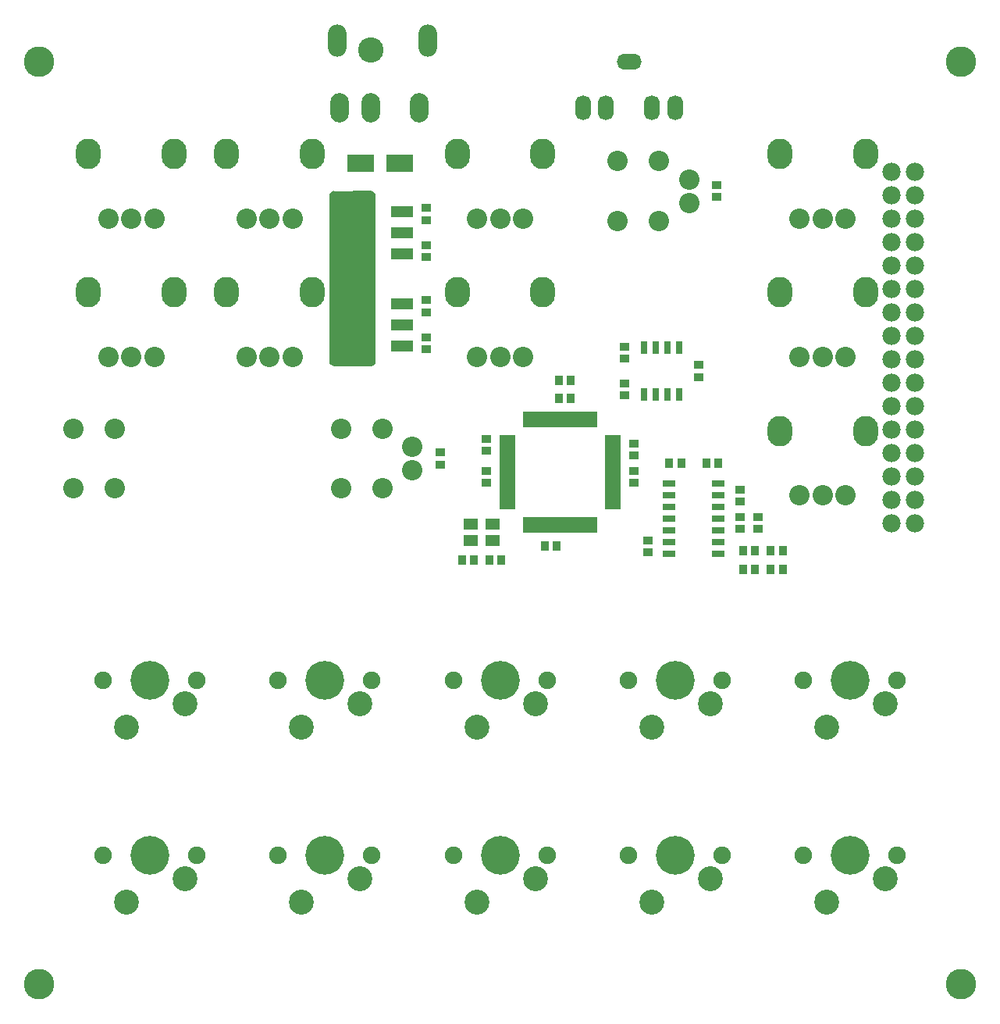
<source format=gts>
G04 Layer_Color=20142*
%FSLAX25Y25*%
%MOIN*%
G70*
G01*
G75*
%ADD38R,0.11233X0.07690*%
%ADD39R,0.04343X0.03556*%
%ADD40R,0.03556X0.04343*%
%ADD41R,0.05446X0.03084*%
%ADD42R,0.06706X0.01981*%
%ADD43R,0.01981X0.06706*%
%ADD44R,0.05918X0.04934*%
%ADD45R,0.09265X0.13595*%
%ADD46R,0.09265X0.04540*%
%ADD47R,0.03084X0.05446*%
%ADD48C,0.08674*%
%ADD49C,0.13005*%
%ADD50O,0.10642X0.13005*%
%ADD51O,0.10642X0.06706*%
%ADD52O,0.06706X0.10642*%
%ADD53O,0.07887X0.12611*%
%ADD54C,0.10822*%
%ADD55O,0.07887X0.13792*%
%ADD56C,0.16548*%
%ADD57C,0.10642*%
%ADD58C,0.07493*%
%ADD59C,0.07800*%
G36*
X555886Y751854D02*
X556537Y751419D01*
X556972Y750768D01*
X557125Y750000D01*
X557125Y750000D01*
X557087Y750000D01*
X557125Y679172D01*
X557125Y679172D01*
X556972Y678404D01*
X556537Y677753D01*
X555886Y677318D01*
X555118Y677165D01*
X555118Y677165D01*
X555118Y677204D01*
X539370Y677165D01*
X539370Y677165D01*
X538602Y677318D01*
X537951Y677753D01*
X537516Y678404D01*
X537363Y679172D01*
X537363Y679172D01*
X537402D01*
X537363Y750000D01*
Y750000D01*
X537516Y750768D01*
X537951Y751419D01*
X538602Y751854D01*
X539370Y752007D01*
X539370D01*
X539370Y751968D01*
X555118Y752007D01*
X555118Y752007D01*
X555886Y751854D01*
D02*
G37*
D38*
X550591Y763779D02*
D03*
X567520D02*
D03*
D39*
X584646Y635236D02*
D03*
Y640354D02*
D03*
X673228Y597835D02*
D03*
Y602953D02*
D03*
X604331Y646260D02*
D03*
Y641142D02*
D03*
X604331Y632480D02*
D03*
Y627362D02*
D03*
X702756Y749409D02*
D03*
Y754528D02*
D03*
X667323Y627362D02*
D03*
Y632480D02*
D03*
Y639173D02*
D03*
Y644291D02*
D03*
X712598Y612795D02*
D03*
Y607677D02*
D03*
Y624606D02*
D03*
Y619488D02*
D03*
X720472Y612795D02*
D03*
Y607677D02*
D03*
X578740Y689567D02*
D03*
Y684449D02*
D03*
X578740Y728937D02*
D03*
Y723819D02*
D03*
X578740Y700197D02*
D03*
Y705315D02*
D03*
X578740Y739567D02*
D03*
Y744685D02*
D03*
X663386Y685630D02*
D03*
Y680512D02*
D03*
Y669882D02*
D03*
Y664764D02*
D03*
X694882Y677756D02*
D03*
Y672638D02*
D03*
D40*
X629331Y600394D02*
D03*
X634449D02*
D03*
X610827Y594488D02*
D03*
X605709D02*
D03*
X593898D02*
D03*
X599016D02*
D03*
X640354Y663386D02*
D03*
X635236D02*
D03*
X640354Y671260D02*
D03*
X635236D02*
D03*
X682480Y635827D02*
D03*
X687598D02*
D03*
X703346D02*
D03*
X698228D02*
D03*
X730905Y598425D02*
D03*
X725787D02*
D03*
X730905Y590551D02*
D03*
X725787D02*
D03*
X719095Y598425D02*
D03*
X713976D02*
D03*
X719095Y590551D02*
D03*
X713976D02*
D03*
D41*
X682441Y627205D02*
D03*
Y622205D02*
D03*
Y617205D02*
D03*
Y612205D02*
D03*
Y607205D02*
D03*
Y602205D02*
D03*
Y597205D02*
D03*
X703386D02*
D03*
Y602205D02*
D03*
Y607205D02*
D03*
Y612205D02*
D03*
Y617205D02*
D03*
Y622205D02*
D03*
Y627205D02*
D03*
D42*
X658268Y646654D02*
D03*
Y644685D02*
D03*
Y642717D02*
D03*
Y640748D02*
D03*
Y638779D02*
D03*
Y636811D02*
D03*
Y634842D02*
D03*
Y632874D02*
D03*
Y630905D02*
D03*
Y628937D02*
D03*
Y626968D02*
D03*
Y625000D02*
D03*
Y623032D02*
D03*
Y621063D02*
D03*
Y619095D02*
D03*
Y617126D02*
D03*
X613386Y646654D02*
D03*
Y644685D02*
D03*
Y642717D02*
D03*
Y640748D02*
D03*
Y638779D02*
D03*
Y636811D02*
D03*
Y634842D02*
D03*
Y632874D02*
D03*
Y630905D02*
D03*
Y628937D02*
D03*
Y626968D02*
D03*
Y625000D02*
D03*
Y623032D02*
D03*
Y621063D02*
D03*
Y619095D02*
D03*
Y617126D02*
D03*
D43*
X650591Y609449D02*
D03*
X648622D02*
D03*
X646654D02*
D03*
X644685D02*
D03*
X642717D02*
D03*
X640748D02*
D03*
X638779D02*
D03*
X636811D02*
D03*
X634842D02*
D03*
X632874D02*
D03*
X630905D02*
D03*
X628937D02*
D03*
X626968D02*
D03*
X625000D02*
D03*
X623032D02*
D03*
X621063D02*
D03*
Y654331D02*
D03*
X623032D02*
D03*
X625000D02*
D03*
X626968D02*
D03*
X628937D02*
D03*
X630905D02*
D03*
X632874D02*
D03*
X634842D02*
D03*
X636811D02*
D03*
X638779D02*
D03*
X640748D02*
D03*
X642717D02*
D03*
X644685D02*
D03*
X646654D02*
D03*
X648622D02*
D03*
X650591D02*
D03*
D44*
X597835Y609941D02*
D03*
X606890D02*
D03*
Y602658D02*
D03*
X597835D02*
D03*
D45*
X545669Y734252D02*
D03*
Y694882D02*
D03*
D46*
X568504Y734252D02*
D03*
Y725197D02*
D03*
Y743307D02*
D03*
Y694882D02*
D03*
Y685827D02*
D03*
Y703937D02*
D03*
D47*
X686634Y685197D02*
D03*
X681634D02*
D03*
X676634D02*
D03*
X671634D02*
D03*
X676634Y665197D02*
D03*
X681634D02*
D03*
X686634D02*
D03*
X671634D02*
D03*
D48*
X690945Y756968D02*
D03*
Y746969D02*
D03*
X572835Y632795D02*
D03*
Y642795D02*
D03*
X445866Y650591D02*
D03*
Y625000D02*
D03*
X428150D02*
D03*
Y650591D02*
D03*
X560039Y650591D02*
D03*
Y625000D02*
D03*
X542323D02*
D03*
Y650591D02*
D03*
X660433Y739173D02*
D03*
Y764764D02*
D03*
X678150D02*
D03*
Y739173D02*
D03*
X521654Y681102D02*
D03*
X501968D02*
D03*
X511811D02*
D03*
X610236D02*
D03*
X600394D02*
D03*
X620079D02*
D03*
Y740158D02*
D03*
X600394D02*
D03*
X610236D02*
D03*
X511811D02*
D03*
X501968D02*
D03*
X521654D02*
D03*
X462598Y681102D02*
D03*
X442913D02*
D03*
X452756D02*
D03*
X462598Y740158D02*
D03*
X442913D02*
D03*
X452756D02*
D03*
X757874Y681102D02*
D03*
X738189D02*
D03*
X748032D02*
D03*
Y740158D02*
D03*
X738189D02*
D03*
X757874D02*
D03*
Y622047D02*
D03*
X738189D02*
D03*
X748032D02*
D03*
D49*
X807087Y807087D02*
D03*
X413386D02*
D03*
X807087Y413386D02*
D03*
X413386D02*
D03*
D50*
X530118Y708661D02*
D03*
X493504D02*
D03*
X591929D02*
D03*
X628543D02*
D03*
Y767717D02*
D03*
X591929D02*
D03*
X493504D02*
D03*
X530118D02*
D03*
X471063Y708661D02*
D03*
X434449D02*
D03*
X471063Y767717D02*
D03*
X434449D02*
D03*
X766339Y708661D02*
D03*
X729724D02*
D03*
Y767717D02*
D03*
X766339D02*
D03*
Y649606D02*
D03*
X729724D02*
D03*
D51*
X665354Y807087D02*
D03*
D52*
X645669Y787402D02*
D03*
X655512D02*
D03*
X685039D02*
D03*
X675197D02*
D03*
D53*
X575591D02*
D03*
X555118D02*
D03*
X541732D02*
D03*
D54*
X555118Y812205D02*
D03*
D55*
X579528Y816142D02*
D03*
X540551D02*
D03*
D56*
X759842Y468504D02*
D03*
X685039D02*
D03*
X610236D02*
D03*
X535433D02*
D03*
X460630D02*
D03*
X759842Y543307D02*
D03*
X685039D02*
D03*
X610236D02*
D03*
X535433D02*
D03*
X460630D02*
D03*
D57*
X774843Y458504D02*
D03*
X749843Y448504D02*
D03*
X675039D02*
D03*
X700039Y458504D02*
D03*
X625236D02*
D03*
X600236Y448504D02*
D03*
X525433D02*
D03*
X550433Y458504D02*
D03*
X475630D02*
D03*
X450630Y448504D02*
D03*
X749843Y523307D02*
D03*
X774843Y533307D02*
D03*
X700039D02*
D03*
X675039Y523307D02*
D03*
X600236D02*
D03*
X625236Y533307D02*
D03*
X550433D02*
D03*
X525433Y523307D02*
D03*
X450630D02*
D03*
X475630Y533307D02*
D03*
D58*
X739843Y468504D02*
D03*
X779843D02*
D03*
X705039D02*
D03*
X665039D02*
D03*
X590236D02*
D03*
X630236D02*
D03*
X555433D02*
D03*
X515433D02*
D03*
X440630D02*
D03*
X480630D02*
D03*
X779843Y543307D02*
D03*
X739843D02*
D03*
X665039D02*
D03*
X705039D02*
D03*
X630236D02*
D03*
X590236D02*
D03*
X515433D02*
D03*
X555433D02*
D03*
X480630D02*
D03*
X440630D02*
D03*
D59*
X777480Y610039D02*
D03*
X787480D02*
D03*
X777480Y620039D02*
D03*
X787480D02*
D03*
X777480Y630039D02*
D03*
X787480D02*
D03*
X777480Y640039D02*
D03*
X787480D02*
D03*
X777480Y650039D02*
D03*
X787480D02*
D03*
X777480Y660039D02*
D03*
X787480D02*
D03*
X777480Y670039D02*
D03*
X787480D02*
D03*
X777480Y680039D02*
D03*
X787480D02*
D03*
X777480Y690039D02*
D03*
X787480D02*
D03*
X777480Y700039D02*
D03*
X787480D02*
D03*
X777480Y710039D02*
D03*
X787480D02*
D03*
X777480Y720039D02*
D03*
X787480D02*
D03*
X777480Y730039D02*
D03*
X787480D02*
D03*
X777480Y740039D02*
D03*
X787480D02*
D03*
X777480Y750039D02*
D03*
X787480D02*
D03*
X777480Y760039D02*
D03*
X787480D02*
D03*
M02*

</source>
